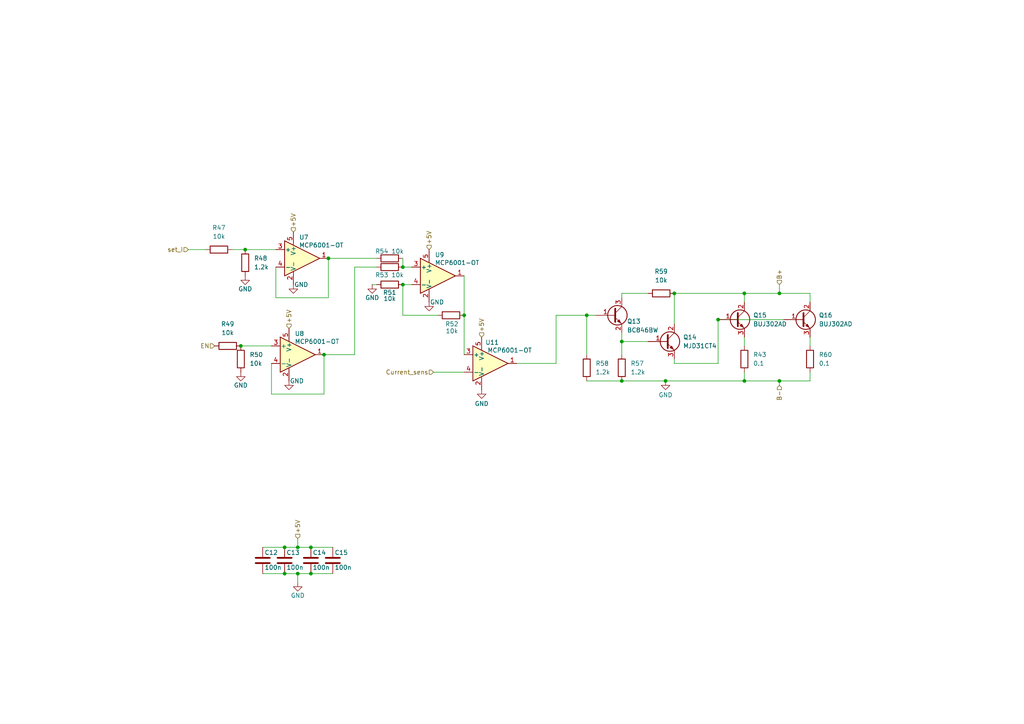
<source format=kicad_sch>
(kicad_sch (version 20231120) (generator "eeschema") (generator_version "8.0")
  (paper "A4")
  (lib_symbols
    (symbol "Amplifier_Operational:MCP6001-OT" (pin_names (offset 0.127))
      (property "Reference" "U" (at -1.27 6.35 0))
      (property "Value" "MCP6001-OT" (at -1.27 3.81 0))
      (symbol "MCP6001-OT_0_1"
        (polyline (pts (xy -5.08 5.08) (xy 5.08 0) (xy -5.08 -5.08) (xy -5.08 5.08)) (stroke (width 0.254)) (fill (type background)))
        (pin power_in line (at -2.54 -7.62 90) (length 3.81) (name "V-") (number "2"))
        (pin power_in line (at -2.54 7.62 270) (length 3.81) (name "V+") (number "5"))
      )
      (symbol "MCP6001-OT_1_1"
        (pin output line (at 7.62 0 180) (length 2.54) (name "~") (number "1"))
        (pin input line (at -7.62 2.54 0) (length 2.54) (name "+") (number "3"))
        (pin input line (at -7.62 -2.54 0) (length 2.54) (name "-") (number "4"))
      )
    )
    (symbol "Device:C" (pin_numbers hide) (pin_names (offset 0.254))
      (property "Reference" "C" (at 0.635 2.54 0))
      (property "Value" "C" (at 0.635 -2.54 0))
      (symbol "C_0_1"
        (polyline (pts (xy -2.032 -0.762) (xy 2.032 -0.762)) (stroke (width 0.508)))
        (polyline (pts (xy -2.032 0.762) (xy 2.032 0.762)) (stroke (width 0.508)))
      )
      (symbol "C_1_1"
        (pin passive line (at 0 3.81 270) (length 2.794) (name "~") (number "1"))
        (pin passive line (at 0 -3.81 90) (length 2.794) (name "~") (number "2"))
      )
    )
    (symbol "Device:Q_NPN_BCE" (pin_names (offset 0) hide)
      (property "Reference" "Q" (at 5.08 1.27 0))
      (property "Value" "Q_NPN_BCE" (at 5.08 -1.27 0))
      (symbol "Q_NPN_BCE_0_1"
        (polyline (pts (xy 0.635 0.635) (xy 2.54 2.54)))
        (polyline (pts (xy 0.635 -0.635) (xy 2.54 -2.54) (xy 2.54 -2.54)))
        (polyline (pts (xy 0.635 1.905) (xy 0.635 -1.905) (xy 0.635 -1.905)) (stroke (width 0.508)))
        (polyline (pts (xy 1.27 -1.778) (xy 1.778 -1.27) (xy 2.286 -2.286) (xy 1.27 -1.778) (xy 1.27 -1.778)) (fill (type outline)))
        (circle (center 1.27 0) (radius 2.8194) (stroke (width 0.254)))
      )
      (symbol "Q_NPN_BCE_1_1"
        (pin input line (at -5.08 0 0) (length 5.715) (name "B") (number "1"))
        (pin passive line (at 2.54 5.08 270) (length 2.54) (name "C") (number "2"))
        (pin passive line (at 2.54 -5.08 90) (length 2.54) (name "E") (number "3"))
      )
    )
    (symbol "Device:R" (pin_numbers hide) (pin_names (offset 0))
      (property "Reference" "R" (at 2.032 0 90))
      (property "Value" "R" (at 0 0 90))
      (symbol "R_0_1"
        (rectangle (start -1.016 -2.54) (end 1.016 2.54) (stroke (width 0.254)))
      )
      (symbol "R_1_1"
        (pin passive line (at 0 3.81 270) (length 1.27) (name "~") (number "1"))
        (pin passive line (at 0 -3.81 90) (length 1.27) (name "~") (number "2"))
      )
    )
    (symbol "Transistor_BJT:BC846" (pin_names (offset 0) hide)
      (property "Reference" "Q" (at 5.08 1.905 0))
      (property "Value" "BC846" (at 5.08 0 0))
      (symbol "BC846_0_1"
        (polyline (pts (xy 0.635 0.635) (xy 2.54 2.54)))
        (polyline (pts (xy 0.635 -0.635) (xy 2.54 -2.54) (xy 2.54 -2.54)))
        (polyline (pts (xy 0.635 1.905) (xy 0.635 -1.905) (xy 0.635 -1.905)) (stroke (width 0.508)))
        (polyline (pts (xy 1.27 -1.778) (xy 1.778 -1.27) (xy 2.286 -2.286) (xy 1.27 -1.778) (xy 1.27 -1.778)) (fill (type outline)))
        (circle (center 1.27 0) (radius 2.8194) (stroke (width 0.254)))
      )
      (symbol "BC846_1_1"
        (pin input line (at -5.08 0 0) (length 5.715) (name "B") (number "1"))
        (pin passive line (at 2.54 -5.08 90) (length 2.54) (name "E") (number "2"))
        (pin passive line (at 2.54 5.08 270) (length 2.54) (name "C") (number "3"))
      )
    )
    (symbol "power:GND" (power) (pin_numbers hide) (pin_names (offset 0) hide)
      (property "Value" "GND" (at 0 -3.81 0))
      (symbol "GND_0_1"
        (polyline (pts (xy 0 0) (xy 0 -1.27) (xy 1.27 -1.27) (xy 0 -2.54) (xy -1.27 -1.27) (xy 0 -1.27)))
      )
      (symbol "GND_1_1"
        (pin power_in line (at 0 0 270) (length 0) (name "~") (number "1"))
      )
    )
  )
  (junction (at 180.34 110.49))
  (junction (at 86.36 166.37))
  (junction (at 134.62 91.44))
  (junction (at 95.25 74.93))
  (junction (at 170.18 91.44))
  (junction (at 180.34 99.06))
  (junction (at 208.28 92.71))
  (junction (at 82.55 158.75))
  (junction (at 226.06 110.49))
  (junction (at 93.98 102.87))
  (junction (at 82.55 166.37))
  (junction (at 116.84 77.47))
  (junction (at 193.04 110.49))
  (junction (at 71.12 72.39))
  (junction (at 90.17 158.75))
  (junction (at 90.17 166.37))
  (junction (at 69.85 100.33))
  (junction (at 215.9 110.49))
  (junction (at 226.06 85.09))
  (junction (at 215.9 85.09))
  (junction (at 86.36 158.75))
  (junction (at 195.58 85.09))
  (junction (at 116.84 82.55))
  (wire (pts (xy 76.2 166.37) (xy 82.55 166.37)))
  (wire (pts (xy 226.06 110.49) (xy 226.06 111.76)))
  (wire (pts (xy 102.87 102.87) (xy 93.98 102.87)))
  (wire (pts (xy 116.84 77.47) (xy 119.38 77.47)))
  (wire (pts (xy 78.74 114.3) (xy 93.98 114.3)))
  (wire (pts (xy 116.84 82.55) (xy 119.38 82.55)))
  (wire (pts (xy 226.06 85.09) (xy 215.9 85.09)))
  (wire (pts (xy 95.25 74.93) (xy 95.25 86.36)))
  (wire (pts (xy 90.17 158.75) (xy 96.52 158.75)))
  (wire (pts (xy 134.62 80.01) (xy 134.62 91.44)))
  (wire (pts (xy 134.62 91.44) (xy 134.62 102.87)))
  (wire (pts (xy 234.95 87.63) (xy 234.95 85.09)))
  (wire (pts (xy 215.9 97.79) (xy 215.9 100.33)))
  (wire (pts (xy 180.34 85.09) (xy 180.34 86.36)))
  (wire (pts (xy 215.9 85.09) (xy 195.58 85.09)))
  (wire (pts (xy 170.18 110.49) (xy 180.34 110.49)))
  (wire (pts (xy 234.95 85.09) (xy 226.06 85.09)))
  (wire (pts (xy 95.25 74.93) (xy 109.22 74.93)))
  (wire (pts (xy 149.86 105.41) (xy 161.29 105.41)))
  (wire (pts (xy 59.69 72.39) (xy 54.61 72.39)))
  (wire (pts (xy 127 91.44) (xy 116.84 91.44)))
  (wire (pts (xy 86.36 166.37) (xy 86.36 168.91)))
  (wire (pts (xy 71.12 72.39) (xy 80.01 72.39)))
  (wire (pts (xy 80.01 86.36) (xy 80.01 77.47)))
  (wire (pts (xy 93.98 114.3) (xy 93.98 102.87)))
  (wire (pts (xy 90.17 166.37) (xy 96.52 166.37)))
  (wire (pts (xy 215.9 107.95) (xy 215.9 110.49)))
  (wire (pts (xy 195.58 105.41) (xy 208.28 105.41)))
  (wire (pts (xy 78.74 114.3) (xy 78.74 105.41)))
  (wire (pts (xy 187.96 99.06) (xy 180.34 99.06)))
  (wire (pts (xy 107.95 82.55) (xy 109.22 82.55)))
  (wire (pts (xy 234.95 97.79) (xy 234.95 100.33)))
  (wire (pts (xy 161.29 91.44) (xy 170.18 91.44)))
  (wire (pts (xy 116.84 91.44) (xy 116.84 82.55)))
  (wire (pts (xy 102.87 77.47) (xy 102.87 102.87)))
  (wire (pts (xy 86.36 166.37) (xy 90.17 166.37)))
  (wire (pts (xy 187.96 85.09) (xy 180.34 85.09)))
  (wire (pts (xy 170.18 102.87) (xy 170.18 91.44)))
  (wire (pts (xy 69.85 100.33) (xy 78.74 100.33)))
  (wire (pts (xy 180.34 96.52) (xy 180.34 99.06)))
  (wire (pts (xy 180.34 110.49) (xy 193.04 110.49)))
  (wire (pts (xy 226.06 82.55) (xy 226.06 85.09)))
  (wire (pts (xy 80.01 86.36) (xy 95.25 86.36)))
  (wire (pts (xy 67.31 72.39) (xy 71.12 72.39)))
  (wire (pts (xy 180.34 99.06) (xy 180.34 102.87)))
  (wire (pts (xy 226.06 110.49) (xy 234.95 110.49)))
  (wire (pts (xy 215.9 85.09) (xy 215.9 87.63)))
  (wire (pts (xy 76.2 158.75) (xy 82.55 158.75)))
  (wire (pts (xy 116.84 74.93) (xy 116.84 77.47)))
  (wire (pts (xy 86.36 156.21) (xy 86.36 158.75)))
  (wire (pts (xy 82.55 158.75) (xy 86.36 158.75)))
  (wire (pts (xy 208.28 92.71) (xy 208.28 105.41)))
  (wire (pts (xy 234.95 107.95) (xy 234.95 110.49)))
  (wire (pts (xy 102.87 77.47) (xy 109.22 77.47)))
  (wire (pts (xy 170.18 91.44) (xy 172.72 91.44)))
  (wire (pts (xy 195.58 85.09) (xy 195.58 93.98)))
  (wire (pts (xy 86.36 158.75) (xy 90.17 158.75)))
  (wire (pts (xy 215.9 110.49) (xy 226.06 110.49)))
  (wire (pts (xy 208.28 92.71) (xy 227.33 92.71)))
  (wire (pts (xy 195.58 104.14) (xy 195.58 105.41)))
  (wire (pts (xy 125.73 107.95) (xy 134.62 107.95)))
  (wire (pts (xy 82.55 166.37) (xy 86.36 166.37)))
  (wire (pts (xy 161.29 105.41) (xy 161.29 91.44)))
  (wire (pts (xy 193.04 110.49) (xy 215.9 110.49)))
  (hierarchical_label "+5V" (shape input) (at 124.46 72.39 90))
  (hierarchical_label "set_I" (shape input) (at 54.61 72.39 180))
  (hierarchical_label "+5V" (shape input) (at 86.36 156.21 90))
  (hierarchical_label "Current_sens" (shape input) (at 125.73 107.95 180))
  (hierarchical_label "B+" (shape input) (at 226.06 82.55 90))
  (hierarchical_label "+5V" (shape input) (at 139.7 97.79 90))
  (hierarchical_label "EN" (shape input) (at 62.23 100.33 180))
  (hierarchical_label "+5V" (shape input) (at 85.09 67.31 90))
  (hierarchical_label "+5V" (shape input) (at 83.82 95.25 90))
  (hierarchical_label "B-" (shape input) (at 226.06 111.76 270))
  (symbol (lib_id "Device:R") (at 191.77 85.09 90) (unit 1)
    (property "Reference" "R59" (at 191.77 78.74 90))
    (property "Value" "10k" (at 191.77 81.28 90))
    (property "Footprint" "Resistor_SMD:R_0805_2012Metric_Pad1.20x1.40mm_HandSolder" (effects (hide yes)))
    (property "Description" "Resistor" (effects (hide yes)))
  )
  (symbol (lib_id "power:GND") (at 193.04 110.49 0) (unit 1)
    (property "Reference" "#PWR030" (effects (hide yes)))
    (property "Value" "GND" (at 193.04 114.554 0))
    (property "Description" "Power symbol creates a global label with name \"GND\" , ground" (effects (hide yes)))
  )
  (symbol (lib_id "Device:R") (at 69.85 104.14 180) (unit 1)
    (property "Reference" "R50" (at 72.39 102.8699 0) (effects (justify right)))
    (property "Value" "10k" (at 72.39 105.4099 0) (effects (justify right)))
    (property "Footprint" "Resistor_SMD:R_0805_2012Metric_Pad1.20x1.40mm_HandSolder" (effects (hide yes)))
    (property "Description" "Resistor" (effects (hide yes)))
  )
  (symbol (lib_id "Device:R") (at 71.12 76.2 180) (unit 1)
    (property "Reference" "R48" (at 73.66 74.9299 0) (effects (justify right)))
    (property "Value" "1.2k" (at 73.66 77.4699 0) (effects (justify right)))
    (property "Footprint" "Resistor_SMD:R_0805_2012Metric_Pad1.20x1.40mm_HandSolder" (effects (hide yes)))
    (property "Description" "Resistor" (effects (hide yes)))
  )
  (symbol (lib_id "Device:C") (at 82.55 162.56 0) (unit 1)
    (property "Reference" "C13" (at 83.058 160.274 0) (effects (justify left)))
    (property "Value" "100n" (at 83.058 164.592 0) (effects (justify left)))
    (property "Footprint" "Capacitor_SMD:C_0805_2012Metric_Pad1.18x1.45mm_HandSolder" (effects (hide yes)))
    (property "Description" "Unpolarized capacitor" (effects (hide yes)))
  )
  (symbol (lib_id "power:GND") (at 124.46 87.63 0) (unit 1)
    (property "Reference" "#PWR029" (effects (hide yes)))
    (property "Value" "GND" (at 126.746 87.63 0))
    (property "Description" "Power symbol creates a global label with name \"GND\" , ground" (effects (hide yes)))
  )
  (symbol (lib_id "Device:R") (at 215.9 104.14 180) (unit 1)
    (property "Reference" "R43" (at 218.44 102.8699 0) (effects (justify right)))
    (property "Value" "0.1" (at 218.44 105.4099 0) (effects (justify right)))
    (property "Footprint" "Resistor_SMD:R_1206_3216Metric_Pad1.30x1.75mm_HandSolder" (effects (hide yes)))
    (property "Description" "Resistor" (effects (hide yes)))
  )
  (symbol (lib_id "Device:R") (at 63.5 72.39 90) (unit 1)
    (property "Reference" "R47" (at 63.5 66.04 90))
    (property "Value" "10k" (at 63.5 68.58 90))
    (property "Footprint" "Resistor_SMD:R_0805_2012Metric_Pad1.20x1.40mm_HandSolder" (effects (hide yes)))
    (property "Description" "Resistor" (effects (hide yes)))
  )
  (symbol (lib_id "power:GND") (at 107.95 82.55 0) (unit 1)
    (property "Reference" "#PWR028" (effects (hide yes)))
    (property "Value" "GND" (at 107.95 86.36 0))
    (property "Description" "Power symbol creates a global label with name \"GND\" , ground" (effects (hide yes)))
  )
  (symbol (lib_id "Device:C") (at 96.52 162.56 0) (unit 1)
    (property "Reference" "C15" (at 97.028 160.274 0) (effects (justify left)))
    (property "Value" "100n" (at 97.028 164.592 0) (effects (justify left)))
    (property "Footprint" "Capacitor_SMD:C_0805_2012Metric_Pad1.18x1.45mm_HandSolder" (effects (hide yes)))
    (property "Description" "Unpolarized capacitor" (effects (hide yes)))
  )
  (symbol (lib_id "Device:R") (at 234.95 104.14 180) (unit 1)
    (property "Reference" "R60" (at 237.49 102.8699 0) (effects (justify right)))
    (property "Value" "0.1" (at 237.49 105.4099 0) (effects (justify right)))
    (property "Footprint" "Resistor_SMD:R_1206_3216Metric_Pad1.30x1.75mm_HandSolder" (effects (hide yes)))
    (property "Description" "Resistor" (effects (hide yes)))
  )
  (symbol (lib_id "Amplifier_Operational:MCP6001-OT") (at 87.63 74.93 0) (unit 1)
    (property "Reference" "U7" (at 88.138 68.834 0))
    (property "Value" "MCP6001-OT" (at 93.218 71.12 0))
    (property "Footprint" "Package_TO_SOT_SMD:SOT-23-5" (effects (hide yes)))
    (property "Datasheet" "http://ww1.microchip.com/downloads/en/DeviceDoc/21733j.pdf" (effects (hide yes)))
    (property "Description" "1MHz, Low-Power Op Amp, SOT-23-5" (effects (hide yes)))
  )
  (symbol (lib_id "Device:R") (at 113.03 82.55 90) (unit 1)
    (property "Reference" "R51" (at 113.03 84.836 90))
    (property "Value" "10k" (at 113.03 86.614 90))
    (property "Footprint" "Resistor_SMD:R_0805_2012Metric_Pad1.20x1.40mm_HandSolder" (effects (hide yes)))
    (property "Description" "Resistor" (effects (hide yes)))
  )
  (symbol (lib_id "Transistor_BJT:BC846") (at 177.8 91.44 0) (unit 1)
    (property "Reference" "Q13" (at 181.864 93.218 0) (effects (justify left)))
    (property "Value" "BC846BW" (at 181.864 95.758 0) (effects (justify left)))
    (property "Footprint" "Package_TO_SOT_SMD:SOT-323_SC-70" (effects (hide yes)))
    (property "Datasheet" "https://assets.nexperia.com/documents/data-sheet/BC846_SER.pdf" (effects (hide yes)))
    (property "Description" "0.1A Ic, 65V Vce, NPN Transistor, SOT-23" (effects (hide yes)))
  )
  (symbol (lib_id "Device:Q_NPN_BCE") (at 193.04 99.06 0) (unit 1)
    (property "Reference" "Q14" (at 198.12 97.7899 0) (effects (justify left)))
    (property "Value" "MJD31CT4" (at 198.12 100.3299 0) (effects (justify left)))
    (property "Footprint" "Package_TO_SOT_SMD:TO-252-2" (effects (hide yes)))
    (property "Description" "NPN transistor, base/collector/emitter" (effects (hide yes)))
  )
  (symbol (lib_id "Amplifier_Operational:MCP6001-OT") (at 127 80.01 0) (unit 1)
    (property "Reference" "U9" (at 127.508 73.914 0))
    (property "Value" "MCP6001-OT" (at 132.588 76.2 0))
    (property "Footprint" "Package_TO_SOT_SMD:SOT-23-5" (effects (hide yes)))
    (property "Datasheet" "http://ww1.microchip.com/downloads/en/DeviceDoc/21733j.pdf" (effects (hide yes)))
    (property "Description" "1MHz, Low-Power Op Amp, SOT-23-5" (effects (hide yes)))
  )
  (symbol (lib_id "Device:Q_NPN_BCE") (at 232.41 92.71 0) (unit 1)
    (property "Reference" "Q16" (at 237.49 91.4399 0) (effects (justify left)))
    (property "Value" "BUJ302AD" (at 237.49 93.9799 0) (effects (justify left)))
    (property "Footprint" "Package_TO_SOT_SMD:TO-252-2" (effects (hide yes)))
    (property "Description" "NPN transistor, base/collector/emitter" (effects (hide yes)))
  )
  (symbol (lib_id "Device:C") (at 90.17 162.56 0) (unit 1)
    (property "Reference" "C14" (at 90.678 160.274 0) (effects (justify left)))
    (property "Value" "100n" (at 90.678 164.592 0) (effects (justify left)))
    (property "Footprint" "Capacitor_SMD:C_0805_2012Metric_Pad1.18x1.45mm_HandSolder" (effects (hide yes)))
    (property "Description" "Unpolarized capacitor" (effects (hide yes)))
  )
  (symbol (lib_id "Device:R") (at 180.34 106.68 180) (unit 1)
    (property "Reference" "R57" (at 182.88 105.4099 0) (effects (justify right)))
    (property "Value" "1.2k" (at 182.88 107.9499 0) (effects (justify right)))
    (property "Footprint" "Resistor_SMD:R_0805_2012Metric_Pad1.20x1.40mm_HandSolder" (effects (hide yes)))
    (property "Description" "Resistor" (effects (hide yes)))
  )
  (symbol (lib_id "power:GND") (at 83.82 110.49 0) (unit 1)
    (property "Reference" "#PWR027" (effects (hide yes)))
    (property "Value" "GND" (at 86.106 110.49 0))
    (property "Description" "Power symbol creates a global label with name \"GND\" , ground" (effects (hide yes)))
  )
  (symbol (lib_id "Device:C") (at 76.2 162.56 0) (unit 1)
    (property "Reference" "C12" (at 76.708 160.274 0) (effects (justify left)))
    (property "Value" "100n" (at 76.708 164.592 0) (effects (justify left)))
    (property "Footprint" "Capacitor_SMD:C_0805_2012Metric_Pad1.18x1.45mm_HandSolder" (effects (hide yes)))
    (property "Description" "Unpolarized capacitor" (effects (hide yes)))
  )
  (symbol (lib_id "Amplifier_Operational:MCP6001-OT") (at 86.36 102.87 0) (unit 1)
    (property "Reference" "U8" (at 86.868 96.774 0))
    (property "Value" "MCP6001-OT" (at 91.948 99.06 0))
    (property "Footprint" "Package_TO_SOT_SMD:SOT-23-5" (effects (hide yes)))
    (property "Datasheet" "http://ww1.microchip.com/downloads/en/DeviceDoc/21733j.pdf" (effects (hide yes)))
    (property "Description" "1MHz, Low-Power Op Amp, SOT-23-5" (effects (hide yes)))
  )
  (symbol (lib_id "power:GND") (at 69.85 107.95 0) (unit 1)
    (property "Reference" "#PWR025" (effects (hide yes)))
    (property "Value" "GND" (at 69.85 111.76 0))
    (property "Description" "Power symbol creates a global label with name \"GND\" , ground" (effects (hide yes)))
  )
  (symbol (lib_id "Device:R") (at 130.81 91.44 90) (unit 1)
    (property "Reference" "R52" (at 131.064 93.98 90))
    (property "Value" "10k" (at 131.064 96.012 90))
    (property "Footprint" "Resistor_SMD:R_0805_2012Metric_Pad1.20x1.40mm_HandSolder" (effects (hide yes)))
    (property "Description" "Resistor" (effects (hide yes)))
  )
  (symbol (lib_id "Device:Q_NPN_BCE") (at 213.36 92.71 0) (unit 1)
    (property "Reference" "Q15" (at 218.44 91.4399 0) (effects (justify left)))
    (property "Value" "BUJ302AD" (at 218.44 93.9799 0) (effects (justify left)))
    (property "Footprint" "Package_TO_SOT_SMD:TO-252-2" (effects (hide yes)))
    (property "Description" "NPN transistor, base/collector/emitter" (effects (hide yes)))
  )
  (symbol (lib_id "Amplifier_Operational:MCP6001-OT") (at 142.24 105.41 0) (unit 1)
    (property "Reference" "U11" (at 142.748 99.314 0))
    (property "Value" "MCP6001-OT" (at 147.828 101.6 0))
    (property "Footprint" "Package_TO_SOT_SMD:SOT-23-5" (effects (hide yes)))
    (property "Datasheet" "http://ww1.microchip.com/downloads/en/DeviceDoc/21733j.pdf" (effects (hide yes)))
    (property "Description" "1MHz, Low-Power Op Amp, SOT-23-5" (effects (hide yes)))
  )
  (symbol (lib_id "power:GND") (at 86.36 168.91 0) (unit 1)
    (property "Reference" "#PWR034" (effects (hide yes)))
    (property "Value" "GND" (at 86.36 172.72 0))
    (property "Description" "Power symbol creates a global label with name \"GND\" , ground" (effects (hide yes)))
  )
  (symbol (lib_id "power:GND") (at 139.7 113.03 0) (unit 1)
    (property "Reference" "#PWR035" (effects (hide yes)))
    (property "Value" "GND" (at 139.7 117.094 0))
    (property "Description" "Power symbol creates a global label with name \"GND\" , ground" (effects (hide yes)))
  )
  (symbol (lib_id "power:GND") (at 71.12 80.01 0) (unit 1)
    (property "Reference" "#PWR023" (effects (hide yes)))
    (property "Value" "GND" (at 71.12 83.82 0))
    (property "Description" "Power symbol creates a global label with name \"GND\" , ground" (effects (hide yes)))
  )
  (symbol (lib_id "power:GND") (at 85.09 82.55 0) (unit 1)
    (property "Reference" "#PWR022" (effects (hide yes)))
    (property "Value" "GND" (at 87.376 82.55 0))
    (property "Description" "Power symbol creates a global label with name \"GND\" , ground" (effects (hide yes)))
  )
  (symbol (lib_id "Device:R") (at 113.03 77.47 90) (unit 1)
    (property "Reference" "R53" (at 110.744 79.756 90))
    (property "Value" "10k" (at 115.316 79.756 90))
    (property "Footprint" "Resistor_SMD:R_0805_2012Metric_Pad1.20x1.40mm_HandSolder" (effects (hide yes)))
    (property "Description" "Resistor" (effects (hide yes)))
  )
  (symbol (lib_id "Device:R") (at 170.18 106.68 180) (unit 1)
    (property "Reference" "R58" (at 172.72 105.4099 0) (effects (justify right)))
    (property "Value" "1.2k" (at 172.72 107.9499 0) (effects (justify right)))
    (property "Footprint" "Resistor_SMD:R_0805_2012Metric_Pad1.20x1.40mm_HandSolder" (effects (hide yes)))
    (property "Description" "Resistor" (effects (hide yes)))
  )
  (symbol (lib_id "Device:R") (at 66.04 100.33 90) (unit 1)
    (property "Reference" "R49" (at 66.04 93.98 90))
    (property "Value" "10k" (at 66.04 96.52 90))
    (property "Footprint" "Resistor_SMD:R_0805_2012Metric_Pad1.20x1.40mm_HandSolder" (effects (hide yes)))
    (property "Description" "Resistor" (effects (hide yes)))
  )
  (symbol (lib_id "Device:R") (at 113.03 74.93 90) (unit 1)
    (property "Reference" "R54" (at 110.744 72.898 90))
    (property "Value" "10k" (at 115.316 72.898 90))
    (property "Footprint" "Resistor_SMD:R_0805_2012Metric_Pad1.20x1.40mm_HandSolder" (effects (hide yes)))
    (property "Description" "Resistor" (effects (hide yes)))
  )
)
</source>
